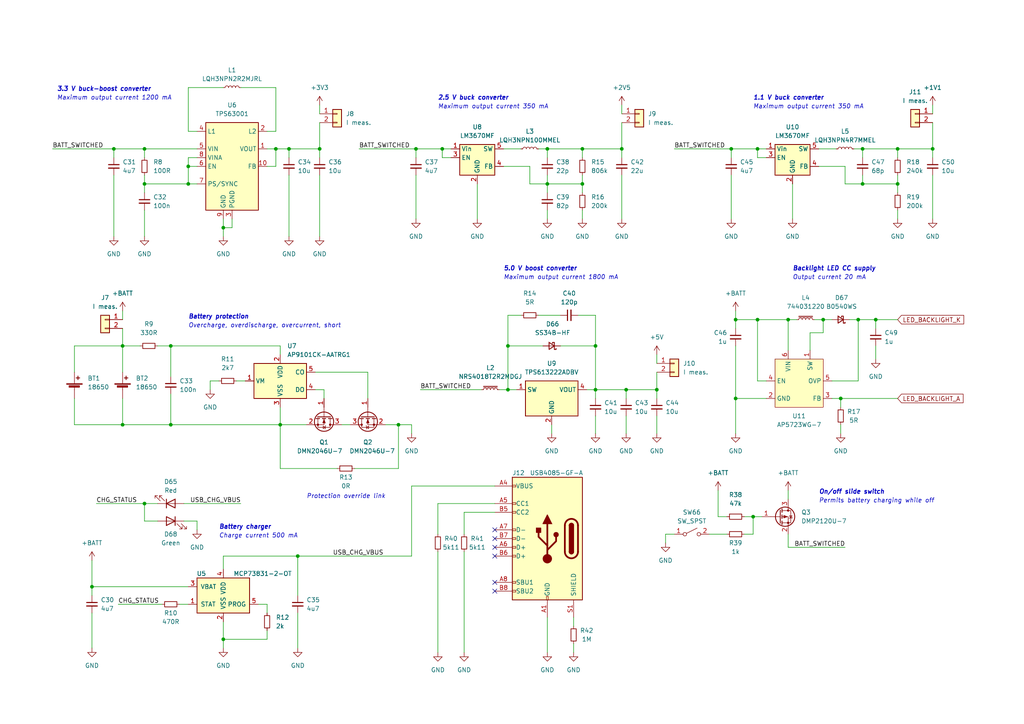
<source format=kicad_sch>
(kicad_sch (version 20211123) (generator eeschema)
  (paper "A4")
  (title_block (title "Fasanvej") (date "22.2.2022") (rev "1") (company "RISRES Ristila Research") (comment 1 "A handheld Linux computer designed by") (comment 4 "Battery management and voltage regulators"))
  (lib_symbols
    (symbol "Battery_Management:AP9101CK"
      (property "Reference" "U" (at -7.62 6.35 0))
      (property "Value" "AP9101CK" (at 6.35 6.35 0))
      (symbol "AP9101CK_1_1"
        (pin passive line (at -10.16 0 0) (length 2.54) (name "VM") (number "1"))
        (pin power_in line (at 0 7.62 270) (length 2.54) (name "VDD") (number "2"))
        (pin power_in line (at 0 -7.62 90) (length 2.54) (name "VSS") (number "3"))
        (pin output line (at 10.16 -2.54 180) (length 2.54) (name "DO") (number "4"))
        (pin output line (at 10.16 2.54 180) (length 2.54) (name "CO") (number "5"))
      )
    )
    (symbol "Battery_Management:MCP73831-2-OT" (pin_names (offset 1.016))
      (property "Reference" "U" (at -7.62 6.35 0))
      (property "Value" "MCP73831-2-OT" (at 1.27 6.35 0))
      (symbol "MCP73831-2-OT_1_1"
        (pin output line (at 10.16 -2.54 180) (length 2.54) (name "STAT") (number "1"))
        (pin power_in line (at 0 -7.62 90) (length 2.54) (name "VSS") (number "2"))
        (pin power_out line (at 10.16 2.54 180) (length 2.54) (name "VBAT") (number "3"))
        (pin power_in line (at 0 7.62 270) (length 2.54) (name "VDD") (number "4"))
        (pin input line (at -10.16 -2.54 0) (length 2.54) (name "PROG") (number "5"))
      )
    )
    (symbol "Connector:USB_C_Receptacle_USB2.0" (pin_names (offset 1.016))
      (property "Reference" "J" (at -10.16 19.05 0))
      (property "Value" "USB_C_Receptacle_USB2.0" (at 19.05 19.05 0))
      (symbol "USB_C_Receptacle_USB2.0_1_1"
        (pin passive line (at 0 -22.86 90) (length 5.08) (name "GND") (number "A1"))
        (pin passive line (at 0 -22.86 90) (length 5.08) hide (name "GND") (number "A12"))
        (pin passive line (at 15.24 15.24 180) (length 5.08) (name "VBUS") (number "A4"))
        (pin bidirectional line (at 15.24 10.16 180) (length 5.08) (name "CC1") (number "A5"))
        (pin bidirectional line (at 15.24 -2.54 180) (length 5.08) (name "D+") (number "A6"))
        (pin bidirectional line (at 15.24 2.54 180) (length 5.08) (name "D-") (number "A7"))
        (pin bidirectional line (at 15.24 -12.7 180) (length 5.08) (name "SBU1") (number "A8"))
        (pin passive line (at 15.24 15.24 180) (length 5.08) hide (name "VBUS") (number "A9"))
        (pin passive line (at 0 -22.86 90) (length 5.08) hide (name "GND") (number "B1"))
        (pin passive line (at 0 -22.86 90) (length 5.08) hide (name "GND") (number "B12"))
        (pin passive line (at 15.24 15.24 180) (length 5.08) hide (name "VBUS") (number "B4"))
        (pin bidirectional line (at 15.24 7.62 180) (length 5.08) (name "CC2") (number "B5"))
        (pin bidirectional line (at 15.24 -5.08 180) (length 5.08) (name "D+") (number "B6"))
        (pin bidirectional line (at 15.24 0 180) (length 5.08) (name "D-") (number "B7"))
        (pin bidirectional line (at 15.24 -15.24 180) (length 5.08) (name "SBU2") (number "B8"))
        (pin passive line (at 15.24 15.24 180) (length 5.08) hide (name "VBUS") (number "B9"))
        (pin passive line (at -7.62 -22.86 90) (length 5.08) (name "SHIELD") (number "S1"))
      )
    )
    (symbol "Connector_Generic:Conn_01x02" (pin_names (offset 1.016) hide)
      (property "Reference" "J" (at 0 2.54 0))
      (property "Value" "Conn_01x02" (at 0 -5.08 0))
      (symbol "Conn_01x02_1_1"
        (pin passive line (at -5.08 0 0) (length 3.81) (name "Pin_1") (number "1"))
        (pin passive line (at -5.08 -2.54 0) (length 3.81) (name "Pin_2") (number "2"))
      )
    )
    (symbol "Device:Battery_Cell" (pin_numbers hide) (pin_names (offset 0) hide)
      (property "Reference" "BT" (at 2.54 2.54 0))
      (property "Value" "Battery_Cell" (at 2.54 0 0))
      (symbol "Battery_Cell_1_1"
        (pin passive line (at 0 5.08 270) (length 2.54) (name "+") (number "1"))
        (pin passive line (at 0 -2.54 90) (length 2.54) (name "-") (number "2"))
      )
    )
    (symbol "Device:C_Small" (pin_numbers hide) (pin_names (offset 0.254) hide)
      (property "Reference" "C" (at 0.254 1.778 0))
      (property "Value" "C_Small" (at 0.254 -2.032 0))
      (symbol "C_Small_1_1"
        (pin passive line (at 0 2.54 270) (length 2.032) (name "~") (number "1"))
        (pin passive line (at 0 -2.54 90) (length 2.032) (name "~") (number "2"))
      )
    )
    (symbol "Device:D_Schottky_Small" (pin_numbers hide) (pin_names (offset 0.254) hide)
      (property "Reference" "D" (at -1.27 2.032 0))
      (property "Value" "D_Schottky_Small" (at -7.112 -2.032 0))
      (symbol "D_Schottky_Small_1_1"
        (pin passive line (at -2.54 0 0) (length 1.778) (name "K") (number "1"))
        (pin passive line (at 2.54 0 180) (length 1.778) (name "A") (number "2"))
      )
    )
    (symbol "Device:LED" (pin_numbers hide) (pin_names (offset 1.016) hide)
      (property "Reference" "D" (at 0 2.54 0))
      (property "Value" "LED" (at 0 -2.54 0))
      (symbol "LED_1_1"
        (pin passive line (at -3.81 0 0) (length 2.54) (name "K") (number "1"))
        (pin passive line (at 3.81 0 180) (length 2.54) (name "A") (number "2"))
      )
    )
    (symbol "Device:L_Iron_Small" (pin_numbers hide) (pin_names (offset 0.254) hide)
      (property "Reference" "L" (at 1.27 1.016 0))
      (property "Value" "L_Iron_Small" (at 1.27 -1.27 0))
      (symbol "L_Iron_Small_1_1"
        (pin passive line (at 0 2.54 270) (length 0.508) (name "~") (number "1"))
        (pin passive line (at 0 -2.54 90) (length 0.508) (name "~") (number "2"))
      )
    )
    (symbol "Device:L_Small" (pin_numbers hide) (pin_names (offset 0.254) hide)
      (property "Reference" "L" (at 0.762 1.016 0))
      (property "Value" "L_Small" (at 0.762 -1.016 0))
      (symbol "L_Small_1_1"
        (pin passive line (at 0 2.54 270) (length 0.508) (name "~") (number "1"))
        (pin passive line (at 0 -2.54 90) (length 0.508) (name "~") (number "2"))
      )
    )
    (symbol "Device:Q_NMOS_GSD" (pin_names (offset 0) hide)
      (property "Reference" "Q" (at 5.08 1.27 0))
      (property "Value" "Q_NMOS_GSD" (at 5.08 -1.27 0))
      (symbol "Q_NMOS_GSD_1_1"
        (pin input line (at -5.08 0 0) (length 2.54) (name "G") (number "1"))
        (pin passive line (at 2.54 -5.08 90) (length 2.54) (name "S") (number "2"))
        (pin passive line (at 2.54 5.08 270) (length 2.54) (name "D") (number "3"))
      )
    )
    (symbol "Device:Q_PMOS_GSD" (pin_names (offset 0) hide)
      (property "Reference" "Q" (at 5.08 1.27 0))
      (property "Value" "Q_PMOS_GSD" (at 5.08 -1.27 0))
      (symbol "Q_PMOS_GSD_1_1"
        (pin input line (at -5.08 0 0) (length 2.54) (name "G") (number "1"))
        (pin passive line (at 2.54 -5.08 90) (length 2.54) (name "S") (number "2"))
        (pin passive line (at 2.54 5.08 270) (length 2.54) (name "D") (number "3"))
      )
    )
    (symbol "Device:R_Small" (pin_numbers hide) (pin_names (offset 0.254) hide)
      (property "Reference" "R" (at 0.762 0.508 0))
      (property "Value" "R_Small" (at 0.762 -1.016 0))
      (symbol "R_Small_1_1"
        (pin passive line (at 0 2.54 270) (length 0.762) (name "~") (number "1"))
        (pin passive line (at 0 -2.54 90) (length 0.762) (name "~") (number "2"))
      )
    )
    (symbol "RISRES Library:AP5723WG-7"
      (property "Reference" "U" (at -1.27 -7.62 0))
      (property "Value" "AP5723WG-7" (at 0 -10.16 0))
      (symbol "AP5723WG-7_1_1"
        (pin power_out line (at 2.54 10.16 270) (length 2.54) (name "SW") (number "1"))
        (pin power_in line (at -10.16 -3.81 0) (length 2.54) (name "GND") (number "2"))
        (pin input line (at 8.89 -3.81 180) (length 2.54) (name "FB") (number "3"))
        (pin input line (at -10.16 1.27 0) (length 2.54) (name "EN") (number "4"))
        (pin input line (at 8.89 1.27 180) (length 2.54) (name "OVP") (number "5"))
        (pin power_in line (at -3.81 10.16 270) (length 2.54) (name "VIN") (number "6"))
      )
    )
    (symbol "Regulator_Switching:LM3670MF"
      (property "Reference" "U" (at -5.08 5.08 0))
      (property "Value" "LM3670MF" (at 0 5.08 0))
      (symbol "LM3670MF_1_1"
        (pin power_in line (at -7.62 2.54 0) (length 2.54) (name "Vin") (number "1"))
        (pin power_in line (at 0 -7.62 90) (length 2.54) (name "GND") (number "2"))
        (pin input line (at -7.62 0 0) (length 2.54) (name "EN") (number "3"))
        (pin input line (at 7.62 -2.54 180) (length 2.54) (name "FB") (number "4"))
        (pin input line (at 7.62 2.54 180) (length 2.54) (name "SW") (number "5"))
      )
    )
    (symbol "Regulator_Switching:TPS613222ADBV"
      (property "Reference" "U" (at -7.62 6.35 0))
      (property "Value" "TPS613222ADBV" (at 2.54 6.35 0))
      (symbol "TPS613222ADBV_1_1"
        (pin power_in line (at -10.16 2.54 0) (length 2.54) (name "SW") (number "1"))
        (pin power_in line (at 0 -7.62 90) (length 2.54) (name "GND") (number "2"))
        (pin no_connect line (at -7.62 -2.54 0) (length 2.54) hide (name "NC") (number "3"))
        (pin power_out line (at 10.16 2.54 180) (length 2.54) (name "VOUT") (number "4"))
        (pin no_connect line (at 7.62 -2.54 180) (length 2.54) hide (name "NC") (number "5"))
      )
    )
    (symbol "Regulator_Switching:TPS63001"
      (property "Reference" "U" (at -7.62 13.97 0))
      (property "Value" "TPS63001" (at 5.08 13.97 0))
      (symbol "TPS63001_1_1"
        (pin power_out line (at 10.16 5.08 180) (length 2.54) (name "VOUT") (number "1"))
        (pin input line (at 10.16 0 180) (length 2.54) (name "FB") (number "10"))
        (pin passive line (at 0 -15.24 90) (length 2.54) hide (name "PGND") (number "11"))
        (pin input line (at 10.16 10.16 180) (length 2.54) (name "L2") (number "2"))
        (pin power_in line (at 0 -15.24 90) (length 2.54) (name "PGND") (number "3"))
        (pin input line (at -10.16 10.16 0) (length 2.54) (name "L1") (number "4"))
        (pin power_in line (at -10.16 5.08 0) (length 2.54) (name "VIN") (number "5"))
        (pin input line (at -10.16 0 0) (length 2.54) (name "EN") (number "6"))
        (pin input line (at -10.16 -5.08 0) (length 2.54) (name "PS/SYNC") (number "7"))
        (pin power_in line (at -10.16 2.54 0) (length 2.54) (name "VINA") (number "8"))
        (pin power_in line (at -2.54 -15.24 90) (length 2.54) (name "GND") (number "9"))
      )
    )
    (symbol "Switch:SW_SPST" (pin_names (offset 0) hide)
      (property "Reference" "SW" (at 0 3.175 0))
      (property "Value" "SW_SPST" (at 0 -2.54 0))
      (symbol "SW_SPST_1_1"
        (pin passive line (at -5.08 0 0) (length 2.54) (name "A") (number "1"))
        (pin passive line (at 5.08 0 180) (length 2.54) (name "B") (number "2"))
      )
    )
    (symbol "power:+1V1" (power) (pin_names (offset 0))
      (property "Value" "+1V1" (at 0 3.556 0))
      (symbol "+1V1_1_1"
        (pin power_in line (at 0 0 90) (length 0) hide (name "+1V1") (number "1"))
      )
    )
    (symbol "power:+2V5" (power) (pin_names (offset 0))
      (property "Value" "+2V5" (at 0 3.556 0))
      (symbol "+2V5_1_1"
        (pin power_in line (at 0 0 90) (length 0) hide (name "+2V5") (number "1"))
      )
    )
    (symbol "power:+3V3" (power) (pin_names (offset 0))
      (property "Value" "+3V3" (at 0 3.556 0))
      (symbol "+3V3_1_1"
        (pin power_in line (at 0 0 90) (length 0) hide (name "+3V3") (number "1"))
      )
    )
    (symbol "power:+5V" (power) (pin_names (offset 0))
      (property "Value" "+5V" (at 0 3.556 0))
      (symbol "+5V_1_1"
        (pin power_in line (at 0 0 90) (length 0) hide (name "+5V") (number "1"))
      )
    )
    (symbol "power:+BATT" (power) (pin_names (offset 0))
      (property "Value" "+BATT" (at 0 3.556 0))
      (symbol "+BATT_1_1"
        (pin power_in line (at 0 0 90) (length 0) hide (name "+BATT") (number "1"))
      )
    )
    (symbol "power:GND" (power) (pin_names (offset 0))
      (property "Value" "GND" (at 0 -3.81 0))
      (symbol "GND_1_1"
        (pin power_in line (at 0 0 270) (length 0) hide (name "GND") (number "1"))
      )
    )
  )
  (junction (at 81.28 123.19))
  (junction (at 64.77 185.42))
  (junction (at 54.61 53.34))
  (junction (at 190.5 113.03))
  (junction (at 212.09 43.18))
  (junction (at 41.91 53.34))
  (junction (at 49.53 100.33))
  (junction (at 228.6 92.71))
  (junction (at 26.67 170.18))
  (junction (at 147.32 113.03))
  (junction (at 80.01 43.18))
  (junction (at 49.53 123.19))
  (junction (at 35.56 123.19))
  (junction (at 33.02 43.18))
  (junction (at 254 92.71))
  (junction (at 250.19 53.34))
  (junction (at 54.61 48.26))
  (junction (at 172.72 113.03))
  (junction (at 238.76 92.71))
  (junction (at 181.61 113.03))
  (junction (at 128.27 43.18))
  (junction (at 243.84 115.57))
  (junction (at 158.75 53.34))
  (junction (at 270.51 43.18))
  (junction (at 86.36 161.29))
  (junction (at 180.34 43.18))
  (junction (at 260.35 43.18))
  (junction (at 172.72 100.33))
  (junction (at 219.71 92.71))
  (junction (at 213.36 115.57))
  (junction (at 168.91 53.34))
  (junction (at 147.32 100.33))
  (junction (at 250.19 43.18))
  (junction (at 115.57 123.19))
  (junction (at 260.35 53.34))
  (junction (at 213.36 92.71))
  (junction (at 64.77 66.04))
  (junction (at 83.82 43.18))
  (junction (at 219.71 43.18))
  (junction (at 92.71 43.18))
  (junction (at 35.56 100.33))
  (junction (at 120.65 43.18))
  (junction (at 41.91 146.05))
  (junction (at 41.91 43.18))
  (junction (at 218.44 149.86))
  (junction (at 168.91 43.18))
  (junction (at 248.92 92.71))
  (junction (at 158.75 43.18))
  (no_connect (at 143.51 161.29))
  (no_connect (at 143.51 168.91))
  (no_connect (at 143.51 171.45))
  (no_connect (at 143.51 153.67))
  (no_connect (at 143.51 156.21))
  (no_connect (at 143.51 158.75))
  (wire (pts (xy 26.67 170.18) (xy 26.67 172.72)))
  (wire (pts (xy 54.61 48.26) (xy 57.15 48.26)))
  (wire (pts (xy 77.47 185.42) (xy 64.77 185.42)))
  (wire (pts (xy 254 100.33) (xy 254 104.14)))
  (wire (pts (xy 238.76 96.52) (xy 238.76 92.71)))
  (wire (pts (xy 83.82 43.18) (xy 92.71 43.18)))
  (wire (pts (xy 97.79 135.89) (xy 81.28 135.89)))
  (wire (pts (xy 35.56 100.33) (xy 40.64 100.33)))
  (wire (pts (xy 167.64 91.44) (xy 172.72 91.44)))
  (wire (pts (xy 53.34 151.13) (xy 57.15 151.13)))
  (wire (pts (xy 193.04 154.94) (xy 195.58 154.94)))
  (wire (pts (xy 127 146.05) (xy 127 154.94)))
  (wire (pts (xy 260.35 43.18) (xy 270.51 43.18)))
  (wire (pts (xy 248.92 110.49) (xy 248.92 92.71)))
  (wire (pts (xy 250.19 50.8) (xy 250.19 53.34)))
  (wire (pts (xy 86.36 172.72) (xy 86.36 161.29)))
  (wire (pts (xy 35.56 115.57) (xy 35.56 123.19)))
  (wire (pts (xy 218.44 154.94) (xy 218.44 149.86)))
  (wire (pts (xy 238.76 92.71) (xy 236.22 92.71)))
  (wire (pts (xy 57.15 38.1) (xy 54.61 38.1)))
  (wire (pts (xy 153.67 48.26) (xy 153.67 53.34)))
  (wire (pts (xy 83.82 43.18) (xy 80.01 43.18)))
  (wire (pts (xy 243.84 123.19) (xy 243.84 125.73)))
  (wire (pts (xy 168.91 60.96) (xy 168.91 63.5)))
  (wire (pts (xy 147.32 100.33) (xy 147.32 113.03)))
  (wire (pts (xy 41.91 43.18) (xy 57.15 43.18)))
  (wire (pts (xy 260.35 53.34) (xy 260.35 50.8)))
  (wire (pts (xy 77.47 177.8) (xy 77.47 175.26)))
  (wire (pts (xy 213.36 92.71) (xy 213.36 95.25)))
  (wire (pts (xy 33.02 43.18) (xy 33.02 45.72)))
  (wire (pts (xy 212.09 43.18) (xy 212.09 45.72)))
  (wire (pts (xy 158.75 53.34) (xy 158.75 55.88)))
  (wire (pts (xy 41.91 53.34) (xy 41.91 55.88)))
  (wire (pts (xy 127 160.02) (xy 127 189.23)))
  (wire (pts (xy 237.49 48.26) (xy 245.11 48.26)))
  (wire (pts (xy 74.93 175.26) (xy 77.47 175.26)))
  (wire (pts (xy 181.61 113.03) (xy 190.5 113.03)))
  (wire (pts (xy 181.61 113.03) (xy 181.61 115.57)))
  (wire (pts (xy 172.72 113.03) (xy 181.61 113.03)))
  (wire (pts (xy 143.51 146.05) (xy 127 146.05)))
  (wire (pts (xy 35.56 95.25) (xy 35.56 100.33)))
  (wire (pts (xy 121.92 113.03) (xy 139.7 113.03)))
  (wire (pts (xy 158.75 50.8) (xy 158.75 53.34)))
  (wire (pts (xy 54.61 45.72) (xy 54.61 48.26)))
  (wire (pts (xy 208.28 142.24) (xy 208.28 149.86)))
  (wire (pts (xy 52.07 175.26) (xy 54.61 175.26)))
  (wire (pts (xy 260.35 43.18) (xy 260.35 45.72)))
  (wire (pts (xy 241.3 115.57) (xy 243.84 115.57)))
  (wire (pts (xy 168.91 53.34) (xy 168.91 50.8)))
  (wire (pts (xy 248.92 92.71) (xy 246.38 92.71)))
  (wire (pts (xy 35.56 123.19) (xy 49.53 123.19)))
  (wire (pts (xy 15.24 43.18) (xy 33.02 43.18)))
  (wire (pts (xy 134.62 160.02) (xy 134.62 189.23)))
  (wire (pts (xy 190.5 102.87) (xy 190.5 105.41)))
  (wire (pts (xy 41.91 60.96) (xy 41.91 68.58)))
  (wire (pts (xy 270.51 50.8) (xy 270.51 63.5)))
  (wire (pts (xy 172.72 120.65) (xy 172.72 125.73)))
  (wire (pts (xy 243.84 115.57) (xy 260.35 115.57)))
  (wire (pts (xy 162.56 100.33) (xy 172.72 100.33)))
  (wire (pts (xy 180.34 30.48) (xy 180.34 33.02)))
  (wire (pts (xy 34.29 175.26) (xy 46.99 175.26)))
  (wire (pts (xy 260.35 53.34) (xy 260.35 55.88)))
  (wire (pts (xy 250.19 43.18) (xy 250.19 45.72)))
  (wire (pts (xy 222.25 45.72) (xy 219.71 45.72)))
  (wire (pts (xy 215.9 154.94) (xy 218.44 154.94)))
  (wire (pts (xy 111.76 123.19) (xy 115.57 123.19)))
  (wire (pts (xy 54.61 38.1) (xy 54.61 25.4)))
  (wire (pts (xy 99.06 123.19) (xy 101.6 123.19)))
  (wire (pts (xy 54.61 25.4) (xy 64.77 25.4)))
  (wire (pts (xy 45.72 100.33) (xy 49.53 100.33)))
  (wire (pts (xy 67.31 66.04) (xy 64.77 66.04)))
  (wire (pts (xy 168.91 43.18) (xy 180.34 43.18)))
  (wire (pts (xy 213.36 115.57) (xy 222.25 115.57)))
  (wire (pts (xy 80.01 38.1) (xy 80.01 25.4)))
  (wire (pts (xy 234.95 101.6) (xy 234.95 96.52)))
  (wire (pts (xy 33.02 43.18) (xy 41.91 43.18)))
  (wire (pts (xy 119.38 123.19) (xy 119.38 125.73)))
  (wire (pts (xy 213.36 92.71) (xy 219.71 92.71)))
  (wire (pts (xy 41.91 50.8) (xy 41.91 53.34)))
  (wire (pts (xy 86.36 161.29) (xy 119.38 161.29)))
  (wire (pts (xy 104.14 43.18) (xy 120.65 43.18)))
  (wire (pts (xy 213.36 90.17) (xy 213.36 92.71)))
  (wire (pts (xy 128.27 43.18) (xy 128.27 45.72)))
  (wire (pts (xy 67.31 63.5) (xy 67.31 66.04)))
  (wire (pts (xy 270.51 45.72) (xy 270.51 43.18)))
  (wire (pts (xy 172.72 113.03) (xy 172.72 115.57)))
  (wire (pts (xy 91.44 113.03) (xy 93.98 113.03)))
  (wire (pts (xy 243.84 118.11) (xy 243.84 115.57)))
  (wire (pts (xy 153.67 53.34) (xy 158.75 53.34)))
  (wire (pts (xy 172.72 113.03) (xy 170.18 113.03)))
  (wire (pts (xy 26.67 177.8) (xy 26.67 187.96)))
  (wire (pts (xy 250.19 43.18) (xy 260.35 43.18)))
  (wire (pts (xy 64.77 161.29) (xy 86.36 161.29)))
  (wire (pts (xy 64.77 161.29) (xy 64.77 165.1)))
  (wire (pts (xy 180.34 35.56) (xy 180.34 43.18)))
  (wire (pts (xy 80.01 48.26) (xy 80.01 43.18)))
  (wire (pts (xy 21.59 123.19) (xy 35.56 123.19)))
  (wire (pts (xy 53.34 146.05) (xy 69.85 146.05)))
  (wire (pts (xy 64.77 180.34) (xy 64.77 185.42)))
  (wire (pts (xy 213.36 100.33) (xy 213.36 115.57)))
  (wire (pts (xy 49.53 123.19) (xy 81.28 123.19)))
  (wire (pts (xy 138.43 53.34) (xy 138.43 63.5)))
  (wire (pts (xy 119.38 140.97) (xy 119.38 161.29)))
  (wire (pts (xy 106.68 107.95) (xy 106.68 115.57)))
  (wire (pts (xy 26.67 162.56) (xy 26.67 170.18)))
  (wire (pts (xy 41.91 146.05) (xy 41.91 151.13)))
  (wire (pts (xy 213.36 115.57) (xy 213.36 125.73)))
  (wire (pts (xy 158.75 43.18) (xy 168.91 43.18)))
  (wire (pts (xy 237.49 43.18) (xy 242.57 43.18)))
  (wire (pts (xy 134.62 154.94) (xy 134.62 148.59)))
  (wire (pts (xy 83.82 50.8) (xy 83.82 68.58)))
  (wire (pts (xy 63.5 110.49) (xy 60.96 110.49)))
  (wire (pts (xy 49.53 114.3) (xy 49.53 123.19)))
  (wire (pts (xy 158.75 60.96) (xy 158.75 63.5)))
  (wire (pts (xy 228.6 142.24) (xy 228.6 144.78)))
  (wire (pts (xy 27.94 146.05) (xy 41.91 146.05)))
  (wire (pts (xy 247.65 43.18) (xy 250.19 43.18)))
  (wire (pts (xy 21.59 115.57) (xy 21.59 123.19)))
  (wire (pts (xy 120.65 43.18) (xy 128.27 43.18)))
  (wire (pts (xy 26.67 170.18) (xy 54.61 170.18)))
  (wire (pts (xy 21.59 100.33) (xy 35.56 100.33)))
  (wire (pts (xy 241.3 110.49) (xy 248.92 110.49)))
  (wire (pts (xy 41.91 53.34) (xy 54.61 53.34)))
  (wire (pts (xy 41.91 151.13) (xy 45.72 151.13)))
  (wire (pts (xy 172.72 91.44) (xy 172.72 100.33)))
  (wire (pts (xy 219.71 43.18) (xy 219.71 45.72)))
  (wire (pts (xy 120.65 43.18) (xy 120.65 45.72)))
  (wire (pts (xy 21.59 107.95) (xy 21.59 100.33)))
  (wire (pts (xy 168.91 43.18) (xy 168.91 45.72)))
  (wire (pts (xy 92.71 50.8) (xy 92.71 68.58)))
  (wire (pts (xy 80.01 43.18) (xy 77.47 43.18)))
  (wire (pts (xy 147.32 113.03) (xy 149.86 113.03)))
  (wire (pts (xy 88.9 123.19) (xy 81.28 123.19)))
  (wire (pts (xy 156.21 91.44) (xy 162.56 91.44)))
  (wire (pts (xy 160.02 123.19) (xy 160.02 125.73)))
  (wire (pts (xy 41.91 146.05) (xy 45.72 146.05)))
  (wire (pts (xy 229.87 53.34) (xy 229.87 63.5)))
  (wire (pts (xy 130.81 45.72) (xy 128.27 45.72)))
  (wire (pts (xy 92.71 35.56) (xy 92.71 43.18)))
  (wire (pts (xy 60.96 110.49) (xy 60.96 113.03)))
  (wire (pts (xy 181.61 120.65) (xy 181.61 125.73)))
  (wire (pts (xy 228.6 154.94) (xy 228.6 158.75)))
  (wire (pts (xy 190.5 115.57) (xy 190.5 113.03)))
  (wire (pts (xy 218.44 149.86) (xy 220.98 149.86)))
  (wire (pts (xy 86.36 177.8) (xy 86.36 187.96)))
  (wire (pts (xy 81.28 123.19) (xy 81.28 118.11)))
  (wire (pts (xy 147.32 91.44) (xy 147.32 100.33)))
  (wire (pts (xy 64.77 63.5) (xy 64.77 66.04)))
  (wire (pts (xy 35.56 100.33) (xy 35.56 107.95)))
  (wire (pts (xy 92.71 30.48) (xy 92.71 33.02)))
  (wire (pts (xy 54.61 53.34) (xy 57.15 53.34)))
  (wire (pts (xy 128.27 43.18) (xy 130.81 43.18)))
  (wire (pts (xy 222.25 110.49) (xy 219.71 110.49)))
  (wire (pts (xy 33.02 50.8) (xy 33.02 68.58)))
  (wire (pts (xy 180.34 50.8) (xy 180.34 63.5)))
  (wire (pts (xy 234.95 96.52) (xy 238.76 96.52)))
  (wire (pts (xy 193.04 157.48) (xy 193.04 154.94)))
  (wire (pts (xy 146.05 43.18) (xy 151.13 43.18)))
  (wire (pts (xy 254 95.25) (xy 254 92.71)))
  (wire (pts (xy 168.91 53.34) (xy 168.91 55.88)))
  (wire (pts (xy 77.47 38.1) (xy 80.01 38.1)))
  (wire (pts (xy 238.76 92.71) (xy 241.3 92.71)))
  (wire (pts (xy 219.71 92.71) (xy 228.6 92.71)))
  (wire (pts (xy 143.51 140.97) (xy 119.38 140.97)))
  (wire (pts (xy 156.21 43.18) (xy 158.75 43.18)))
  (wire (pts (xy 102.87 135.89) (xy 115.57 135.89)))
  (wire (pts (xy 49.53 100.33) (xy 81.28 100.33)))
  (wire (pts (xy 215.9 149.86) (xy 218.44 149.86)))
  (wire (pts (xy 228.6 101.6) (xy 228.6 92.71)))
  (wire (pts (xy 260.35 60.96) (xy 260.35 63.5)))
  (wire (pts (xy 69.85 25.4) (xy 80.01 25.4)))
  (wire (pts (xy 208.28 149.86) (xy 210.82 149.86)))
  (wire (pts (xy 115.57 123.19) (xy 119.38 123.19)))
  (wire (pts (xy 212.09 50.8) (xy 212.09 63.5)))
  (wire (pts (xy 49.53 100.33) (xy 49.53 109.22)))
  (wire (pts (xy 219.71 92.71) (xy 219.71 110.49)))
  (wire (pts (xy 120.65 50.8) (xy 120.65 63.5)))
  (wire (pts (xy 205.74 154.94) (xy 210.82 154.94)))
  (wire (pts (xy 35.56 90.17) (xy 35.56 92.71)))
  (wire (pts (xy 81.28 102.87) (xy 81.28 100.33)))
  (wire (pts (xy 77.47 182.88) (xy 77.47 185.42)))
  (wire (pts (xy 195.58 43.18) (xy 212.09 43.18)))
  (wire (pts (xy 219.71 43.18) (xy 222.25 43.18)))
  (wire (pts (xy 212.09 43.18) (xy 219.71 43.18)))
  (wire (pts (xy 93.98 115.57) (xy 93.98 113.03)))
  (wire (pts (xy 172.72 100.33) (xy 172.72 113.03)))
  (wire (pts (xy 228.6 92.71) (xy 231.14 92.71)))
  (wire (pts (xy 68.58 110.49) (xy 71.12 110.49)))
  (wire (pts (xy 180.34 45.72) (xy 180.34 43.18)))
  (wire (pts (xy 157.48 100.33) (xy 147.32 100.33)))
  (wire (pts (xy 158.75 53.34) (xy 168.91 53.34)))
  (wire (pts (xy 250.19 53.34) (xy 260.35 53.34)))
  (wire (pts (xy 64.77 185.42) (xy 64.77 187.96)))
  (wire (pts (xy 83.82 45.72) (xy 83.82 43.18)))
  (wire (pts (xy 41.91 43.18) (xy 41.91 45.72)))
  (wire (pts (xy 144.78 113.03) (xy 147.32 113.03)))
  (wire (pts (xy 158.75 179.07) (xy 158.75 189.23)))
  (wire (pts (xy 254 92.71) (xy 260.35 92.71)))
  (wire (pts (xy 228.6 158.75) (xy 245.11 158.75)))
  (wire (pts (xy 270.51 35.56) (xy 270.51 43.18)))
  (wire (pts (xy 245.11 48.26) (xy 245.11 53.34)))
  (wire (pts (xy 92.71 45.72) (xy 92.71 43.18)))
  (wire (pts (xy 151.13 91.44) (xy 147.32 91.44)))
  (wire (pts (xy 77.47 48.26) (xy 80.01 48.26)))
  (wire (pts (xy 146.05 48.26) (xy 153.67 48.26)))
  (wire (pts (xy 190.5 107.95) (xy 190.5 113.03)))
  (wire (pts (xy 158.75 43.18) (xy 158.75 45.72)))
  (wire (pts (xy 190.5 120.65) (xy 190.5 125.73)))
  (wire (pts (xy 248.92 92.71) (xy 254 92.71)))
  (wire (pts (xy 245.11 53.34) (xy 250.19 53.34)))
  (wire (pts (xy 134.62 148.59) (xy 143.51 148.59)))
  (wire (pts (xy 57.15 45.72) (xy 54.61 45.72)))
  (wire (pts (xy 64.77 66.04) (xy 64.77 68.58)))
  (wire (pts (xy 81.28 135.89) (xy 81.28 123.19)))
  (wire (pts (xy 57.15 151.13) (xy 57.15 153.67)))
  (wire (pts (xy 166.37 179.07) (xy 166.37 181.61)))
  (wire (pts (xy 91.44 107.95) (xy 106.68 107.95)))
  (wire (pts (xy 115.57 135.89) (xy 115.57 123.19)))
  (wire (pts (xy 270.51 30.48) (xy 270.51 33.02)))
  (wire (pts (xy 54.61 48.26) (xy 54.61 53.34)))
  (wire (pts (xy 166.37 186.69) (xy 166.37 189.23)))
  (text "Maximum output current 350 mA" (at 127 31.75 0) (effects (font (size 1.27 1.27) italic) (justify left bottom)))
  (text "Output current 20 mA" (at 229.87 81.28 0) (effects (font (size 1.27 1.27) italic) (justify left bottom)))
  (text "Permits battery charging while off" (at 237.49 146.05 0) (effects (font (size 1.27 1.27) italic) (justify left bottom)))
  (text "Charge current 500 mA" (at 63.5 156.21 0) (effects (font (size 1.27 1.27) italic) (justify left bottom)))
  (text "Protection override link" (at 88.9 144.78 0) (effects (font (size 1.27 1.27) italic) (justify left bottom)))
  (text "Battery charger" (at 63.5 153.67 0) (effects (font (size 1.27 1.27) (thickness 0.254) bold italic) (justify left bottom)))
  (text "3.3 V buck-boost converter" (at 16.51 26.67 0) (effects (font (size 1.27 1.27) (thickness 0.254) bold italic) (justify left bottom)))
  (text "Overcharge, overdischarge, overcurrent, short" (at 54.61 95.25 0) (effects (font (size 1.27 1.27) italic) (justify left bottom)))
  (text "Backlight LED CC supply" (at 229.87 78.74 0) (effects (font (size 1.27 1.27) (thickness 0.254) bold italic) (justify left bottom)))
  (text "Maximum output current 350 mA" (at 218.44 31.75 0) (effects (font (size 1.27 1.27) italic) (justify left bottom)))
  (text "1.1 V buck converter" (at 218.44 29.21 0) (effects (font (size 1.27 1.27) (thickness 0.254) bold italic) (justify left bottom)))
  (text "5.0 V boost converter" (at 146.05 78.74 0) (effects (font (size 1.27 1.27) (thickness 0.254) bold italic) (justify left bottom)))
  (text "Maximum output current 1200 mA" (at 16.51 29.21 0) (effects (font (size 1.27 1.27) italic) (justify left bottom)))
  (text "2.5 V buck converter" (at 127 29.21 0) (effects (font (size 1.27 1.27) (thickness 0.254) bold italic) (justify left bottom)))
  (text "Maximum output current 1800 mA" (at 146.05 81.28 0) (effects (font (size 1.27 1.27) italic) (justify left bottom)))
  (text "On/off slide switch" (at 237.49 143.51 0) (effects (font (size 1.27 1.27) (thickness 0.254) bold italic) (justify left bottom)))
  (text "Battery protection" (at 54.61 92.71 0) (effects (font (size 1.27 1.27) (thickness 0.254) bold italic) (justify left bottom)))
  (label "BATT_SWITCHED" (at 245.11 158.75 180))
  (label "CHG_STATUS" (at 27.94 146.05 0))
  (label "BATT_SWITCHED" (at 121.92 113.03 0))
  (label "CHG_STATUS" (at 34.29 175.26 0))
  (label "BATT_SWITCHED" (at 195.58 43.18 0))
  (label "BATT_SWITCHED" (at 15.24 43.18 0))
  (label "BATT_SWITCHED" (at 104.14 43.18 0))
  (label "USB_CHG_VBUS" (at 96.52 161.29 0))
  (label "USB_CHG_VBUS" (at 69.85 146.05 180))
  (global_label "LED_BACKLIGHT_K" (shape input) (at 260.35 92.71 0) (property "Intersheet References" "${INTERSHEET_REFS}" (effects hide)))
  (global_label "LED_BACKLIGHT_A" (shape input) (at 260.35 115.57 0) (property "Intersheet References" "${INTERSHEET_REFS}" (effects hide)))
  (symbol (lib_id "Device:R_Small") (at 168.91 48.26 180) (unit 1)
    (property "Reference" "R15" (at 171.45 46.9899 0) (effects (justify right)))
    (property "Value" "806k" (at 171.45 49.5299 0) (effects (justify right)))
    (property "Footprint" "Resistor_SMD:R_0603_1608Metric_Pad0.98x0.95mm_HandSolder" (effects hide))
  )
  (symbol (lib_id "Device:R_Small") (at 100.33 135.89 270) (unit 1)
    (property "Reference" "R13" (at 100.33 138.43 90))
    (property "Value" "0R" (at 100.33 140.97 90))
    (property "Footprint" "Resistor_SMD:R_1210_3225Metric_Pad1.30x2.65mm_HandSolder" (effects hide))
  )
  (symbol (lib_id "Device:R_Small") (at 41.91 48.26 180) (unit 1)
    (property "Reference" "R8" (at 44.45 46.9899 0) (effects (justify right)))
    (property "Value" "100R" (at 44.45 49.5299 0) (effects (justify right)))
    (property "Footprint" "Resistor_SMD:R_0603_1608Metric_Pad0.98x0.95mm_HandSolder" (effects hide))
  )
  (symbol (lib_id "Device:L_Iron_Small") (at 142.24 113.03 90) (unit 1)
    (property "Reference" "L2" (at 142.24 106.68 90))
    (property "Value" "NRS4018T2R2MDGJ" (at 142.24 109.22 90))
    (property "Footprint" "Inductor_SMD:L_Taiyo-Yuden_NR-40xx_HandSoldering" (effects hide))
    (property "Datasheet" "https://www.yuden.co.jp/productdata/catalog/wound04_e.pdf" (effects hide))
  )
  (symbol (lib_id "power:+5V") (at 190.5 102.87 0) (unit 1)
    (property "Reference" "#PWR0160" (effects hide))
    (property "Value" "+5V" (at 190.5 97.79 0))
  )
  (symbol (lib_id "power:GND") (at 33.02 68.58 0) (unit 1)
    (property "Reference" "#PWR0143" (effects hide))
    (property "Value" "GND" (at 33.02 73.66 0))
  )
  (symbol (lib_id "Connector_Generic:Conn_01x02") (at 265.43 33.02 0) (mirror y) (unit 1)
    (property "Reference" "J11" (at 265.43 26.67 0))
    (property "Value" "I meas." (at 265.43 29.21 0))
    (property "Footprint" "Connector_PinHeader_2.54mm:PinHeader_1x02_P2.54mm_Vertical" (effects hide))
  )
  (symbol (lib_id "Device:Q_PMOS_GSD") (at 226.06 149.86 0) (unit 1)
    (property "Reference" "Q3" (at 232.41 148.5899 0) (effects (justify left)))
    (property "Value" "DMP2120U-7" (at 232.41 151.1299 0) (effects (justify left)))
    (property "Footprint" "Package_TO_SOT_SMD:SOT-23_Handsoldering" (effects hide))
  )
  (symbol (lib_id "Device:C_Small") (at 172.72 118.11 0) (unit 1)
    (property "Reference" "C41" (at 175.26 116.8462 0) (effects (justify left)))
    (property "Value" "10u" (at 175.26 119.3862 0) (effects (justify left)))
    (property "Footprint" "Capacitor_SMD:C_1210_3225Metric_Pad1.33x2.70mm_HandSolder" (effects hide))
  )
  (symbol (lib_id "Device:L_Small") (at 245.11 43.18 90) (unit 1)
    (property "Reference" "L5" (at 245.11 38.1 90))
    (property "Value" "LQH3NPN4R7MMEL" (at 245.11 40.64 90))
    (property "Footprint" "RISRES Library:L_SMD_3030" (effects hide))
    (property "Datasheet" "https://search.murata.co.jp/Ceramy/image/img/P02/JELF243A-0153.pdf" (effects hide))
  )
  (symbol (lib_id "Device:C_Small") (at 120.65 48.26 0) (unit 1)
    (property "Reference" "C37" (at 123.19 46.9962 0) (effects (justify left)))
    (property "Value" "4u7" (at 123.19 49.5362 0) (effects (justify left)))
    (property "Footprint" "Capacitor_SMD:C_1206_3216Metric_Pad1.33x1.80mm_HandSolder" (effects hide))
  )
  (symbol (lib_id "Device:D_Schottky_Small") (at 243.84 92.71 180) (unit 1)
    (property "Reference" "D67" (at 244.094 86.36 0))
    (property "Value" "B0540WS" (at 244.094 88.9 0))
    (property "Footprint" "Diode_SMD:D_SOD-323_HandSoldering" (effects hide))
    (property "Datasheet" "https://www.diodes.com/assets/Datasheets/B0540WS.pdf" (effects hide))
  )
  (symbol (lib_id "Device:L_Small") (at 67.31 25.4 90) (unit 1)
    (property "Reference" "L1" (at 67.31 20.32 90))
    (property "Value" "LQH3NPN2R2MJRL" (at 67.31 22.86 90))
    (property "Footprint" "RISRES Library:L_SMD_3030" (effects hide))
    (property "Datasheet" "https://search.murata.co.jp/Ceramy/image/img/P02/JELF243A-0114.pdf" (effects hide))
  )
  (symbol (lib_id "Battery_Management:AP9101CK") (at 81.28 110.49 0) (unit 1)
    (property "Reference" "U7" (at 83.2994 100.33 0) (effects (justify left)))
    (property "Value" "AP9101CK-AATRG1" (at 83.2994 102.87 0) (effects (justify left)))
    (property "Footprint" "Package_TO_SOT_SMD:SOT-23-5" (effects hide))
    (property "Datasheet" "https://www.diodes.com/assets/Datasheets/AP9101C.pdf" (effects hide))
  )
  (symbol (lib_id "Device:C_Small") (at 254 97.79 0) (unit 1)
    (property "Reference" "C49" (at 256.54 96.5262 0) (effects (justify left)))
    (property "Value" "1u" (at 256.54 99.0662 0) (effects (justify left)))
    (property "Footprint" "Capacitor_SMD:C_0805_2012Metric_Pad1.18x1.45mm_HandSolder" (effects hide))
  )
  (symbol (lib_id "Device:R_Small") (at 260.35 48.26 180) (unit 1)
    (property "Reference" "R18" (at 262.89 46.9899 0) (effects (justify right)))
    (property "Value" "240k" (at 262.89 49.5299 0) (effects (justify right)))
    (property "Footprint" "Resistor_SMD:R_0603_1608Metric_Pad0.98x0.95mm_HandSolder" (effects hide))
  )
  (symbol (lib_id "power:GND") (at 193.04 157.48 0) (unit 1)
    (property "Reference" "#PWR02" (effects hide))
    (property "Value" "GND" (at 193.04 162.56 0))
  )
  (symbol (lib_id "Device:LED") (at 49.53 151.13 0) (mirror y) (unit 1)
    (property "Reference" "D68" (at 49.53 154.94 0))
    (property "Value" "Green" (at 49.53 157.48 0))
    (property "Footprint" "LED_SMD:LED_0805_2012Metric_Pad1.15x1.40mm_HandSolder" (effects hide))
  )
  (symbol (lib_id "power:GND") (at 83.82 68.58 0) (unit 1)
    (property "Reference" "#PWR0150" (effects hide))
    (property "Value" "GND" (at 83.82 73.66 0))
  )
  (symbol (lib_id "power:GND") (at 92.71 68.58 0) (unit 1)
    (property "Reference" "#PWR0151" (effects hide))
    (property "Value" "GND" (at 92.71 73.66 0))
  )
  (symbol (lib_id "power:GND") (at 64.77 187.96 0) (unit 1)
    (property "Reference" "#PWR0147" (effects hide))
    (property "Value" "GND" (at 64.77 193.04 0))
  )
  (symbol (lib_id "Device:R_Small") (at 168.91 58.42 180) (unit 1)
    (property "Reference" "R16" (at 171.45 57.1499 0) (effects (justify right)))
    (property "Value" "200k" (at 171.45 59.6899 0) (effects (justify right)))
    (property "Footprint" "Resistor_SMD:R_0603_1608Metric_Pad0.98x0.95mm_HandSolder" (effects hide))
  )
  (symbol (lib_id "Connector_Generic:Conn_01x02") (at 195.58 105.41 0) (unit 1)
    (property "Reference" "J10" (at 198.12 105.4099 0) (effects (justify left)))
    (property "Value" "I meas." (at 198.12 107.9499 0) (effects (justify left)))
    (property "Footprint" "Connector_PinHeader_2.54mm:PinHeader_1x02_P2.54mm_Vertical" (effects hide))
  )
  (symbol (lib_id "Connector_Generic:Conn_01x02") (at 185.42 33.02 0) (unit 1)
    (property "Reference" "J9" (at 187.96 33.0199 0) (effects (justify left)))
    (property "Value" "I meas." (at 187.96 35.5599 0) (effects (justify left)))
    (property "Footprint" "Connector_PinHeader_2.54mm:PinHeader_1x02_P2.54mm_Vertical" (effects hide))
  )
  (symbol (lib_id "Device:C_Small") (at 41.91 58.42 0) (unit 1)
    (property "Reference" "C32" (at 44.45 57.1562 0) (effects (justify left)))
    (property "Value" "100n" (at 44.45 59.6962 0) (effects (justify left)))
    (property "Footprint" "Capacitor_SMD:C_0603_1608Metric_Pad1.08x0.95mm_HandSolder" (effects hide))
  )
  (symbol (lib_id "Device:C_Small") (at 213.36 97.79 0) (unit 1)
    (property "Reference" "C46" (at 207.01 96.52 0) (effects (justify left)))
    (property "Value" "1u" (at 208.28 99.06 0) (effects (justify left)))
    (property "Footprint" "Capacitor_SMD:C_0805_2012Metric_Pad1.18x1.45mm_HandSolder" (effects hide))
  )
  (symbol (lib_id "Device:C_Small") (at 158.75 48.26 0) (unit 1)
    (property "Reference" "C38" (at 161.29 46.9962 0) (effects (justify left)))
    (property "Value" "22p" (at 161.29 49.5362 0) (effects (justify left)))
    (property "Footprint" "Capacitor_SMD:C_0603_1608Metric_Pad1.08x0.95mm_HandSolder" (effects hide))
  )
  (symbol (lib_id "power:GND") (at 26.67 187.96 0) (unit 1)
    (property "Reference" "#PWR0146" (effects hide))
    (property "Value" "GND" (at 26.67 193.04 0))
  )
  (symbol (lib_id "Device:R_Small") (at 49.53 175.26 270) (unit 1)
    (property "Reference" "R10" (at 49.53 177.8 90))
    (property "Value" "470R" (at 49.53 180.34 90))
    (property "Footprint" "Resistor_SMD:R_0603_1608Metric_Pad0.98x0.95mm_HandSolder" (effects hide))
  )
  (symbol (lib_id "Device:C_Small") (at 83.82 48.26 0) (unit 1)
    (property "Reference" "C34" (at 86.36 46.9962 0) (effects (justify left)))
    (property "Value" "10u" (at 86.36 49.5362 0) (effects (justify left)))
    (property "Footprint" "Capacitor_SMD:C_1210_3225Metric_Pad1.33x2.70mm_HandSolder" (effects hide))
  )
  (symbol (lib_id "power:GND") (at 243.84 125.73 0) (unit 1)
    (property "Reference" "#PWR0173" (effects hide))
    (property "Value" "GND" (at 243.84 130.81 0))
  )
  (symbol (lib_id "power:GND") (at 86.36 187.96 0) (unit 1)
    (property "Reference" "#PWR0139" (effects hide))
    (property "Value" "GND" (at 86.36 193.04 0))
  )
  (symbol (lib_id "power:+BATT") (at 208.28 142.24 0) (unit 1)
    (property "Reference" "#PWR03" (effects hide))
    (property "Value" "+BATT" (at 208.28 137.16 0))
  )
  (symbol (lib_id "Device:L_Small") (at 153.67 43.18 90) (unit 1)
    (property "Reference" "L3" (at 153.67 38.1 90))
    (property "Value" "LQH3NPN100MMEL" (at 153.67 40.64 90))
    (property "Footprint" "RISRES Library:L_SMD_3030" (effects hide))
    (property "Datasheet" "https://search.murata.co.jp/Ceramy/image/img/P02/JELF243A-0153.pdf" (effects hide))
  )
  (symbol (lib_id "power:+BATT") (at 213.36 90.17 0) (unit 1)
    (property "Reference" "#PWR0174" (effects hide))
    (property "Value" "+BATT" (at 213.36 85.09 0))
  )
  (symbol (lib_id "power:+BATT") (at 35.56 90.17 0) (unit 1)
    (property "Reference" "#PWR0155" (effects hide))
    (property "Value" "+BATT" (at 35.56 85.09 0))
  )
  (symbol (lib_id "Device:L_Iron_Small") (at 233.68 92.71 90) (unit 1)
    (property "Reference" "L4" (at 233.68 86.36 90))
    (property "Value" "744031220" (at 233.68 88.9 90))
    (property "Footprint" "Inductor_SMD:L_Wuerth_WE-TPC-3816" (effects hide))
    (property "Datasheet" "https://www.we-online.com/katalog/datasheet/744031220.pdf" (effects hide))
  )
  (symbol (lib_id "Device:C_Small") (at 49.53 111.76 0) (unit 1)
    (property "Reference" "C33" (at 52.07 110.4962 0) (effects (justify left)))
    (property "Value" "100n" (at 52.07 113.0362 0) (effects (justify left)))
    (property "Footprint" "Capacitor_SMD:C_0603_1608Metric_Pad1.08x0.95mm_HandSolder" (effects hide))
  )
  (symbol (lib_id "power:+2V5") (at 180.34 30.48 0) (unit 1)
    (property "Reference" "#PWR0156" (effects hide))
    (property "Value" "+2V5" (at 180.34 25.4 0))
  )
  (symbol (lib_id "Device:C_Small") (at 250.19 48.26 0) (unit 1)
    (property "Reference" "C47" (at 252.73 46.9962 0) (effects (justify left)))
    (property "Value" "68p" (at 252.73 49.5362 0) (effects (justify left)))
    (property "Footprint" "Capacitor_SMD:C_0603_1608Metric_Pad1.08x0.95mm_HandSolder" (effects hide))
  )
  (symbol (lib_id "Device:C_Small") (at 92.71 48.26 0) (unit 1)
    (property "Reference" "C36" (at 95.25 46.9962 0) (effects (justify left)))
    (property "Value" "10u" (at 95.25 49.5362 0) (effects (justify left)))
    (property "Footprint" "Capacitor_SMD:C_1210_3225Metric_Pad1.33x2.70mm_HandSolder" (effects hide))
  )
  (symbol (lib_id "power:GND") (at 64.77 68.58 0) (unit 1)
    (property "Reference" "#PWR0148" (effects hide))
    (property "Value" "GND" (at 64.77 73.66 0))
  )
  (symbol (lib_id "power:+BATT") (at 228.6 142.24 0) (unit 1)
    (property "Reference" "#PWR0140" (effects hide))
    (property "Value" "+BATT" (at 228.6 137.16 0))
  )
  (symbol (lib_id "power:GND") (at 229.87 63.5 0) (unit 1)
    (property "Reference" "#PWR0166" (effects hide))
    (property "Value" "GND" (at 229.87 68.58 0))
  )
  (symbol (lib_id "power:GND") (at 172.72 125.73 0) (unit 1)
    (property "Reference" "#PWR0161" (effects hide))
    (property "Value" "GND" (at 172.72 130.81 0))
  )
  (symbol (lib_id "Device:C_Small") (at 181.61 118.11 0) (unit 1)
    (property "Reference" "C43" (at 184.15 116.8462 0) (effects (justify left)))
    (property "Value" "10u" (at 184.15 119.3862 0) (effects (justify left)))
    (property "Footprint" "Capacitor_SMD:C_1210_3225Metric_Pad1.33x2.70mm_HandSolder" (effects hide))
  )
  (symbol (lib_id "Regulator_Switching:TPS613222ADBV") (at 160.02 115.57 0) (unit 1)
    (property "Reference" "U9" (at 160.02 105.41 0))
    (property "Value" "TPS613222ADBV" (at 160.02 107.95 0))
    (property "Footprint" "Package_TO_SOT_SMD:SOT-23-5" (effects hide))
    (property "Datasheet" "http://www.ti.com/lit/ds/symlink/tps61322.pdf" (effects hide))
  )
  (symbol (lib_id "Device:D_Schottky_Small") (at 160.02 100.33 180) (unit 1)
    (property "Reference" "D66" (at 160.274 93.98 0))
    (property "Value" "SS34B-HF" (at 160.274 96.52 0))
    (property "Footprint" "Diode_SMD:D_SMB_Handsoldering" (effects hide))
  )
  (symbol (lib_id "power:GND") (at 158.75 63.5 0) (unit 1)
    (property "Reference" "#PWR0159" (effects hide))
    (property "Value" "GND" (at 158.75 68.58 0))
  )
  (symbol (lib_id "Device:R_Small") (at 166.37 184.15 180) (unit 1)
    (property "Reference" "R42" (at 170.18 182.88 0))
    (property "Value" "1M" (at 170.18 185.42 0))
    (property "Footprint" "Resistor_SMD:R_0603_1608Metric_Pad0.98x0.95mm_HandSolder" (effects hide))
  )
  (symbol (lib_id "Device:C_Small") (at 26.67 175.26 0) (unit 1)
    (property "Reference" "C30" (at 29.21 173.9962 0) (effects (justify left)))
    (property "Value" "4u7" (at 29.21 176.5362 0) (effects (justify left)))
    (property "Footprint" "Capacitor_SMD:C_1206_3216Metric_Pad1.33x1.80mm_HandSolder" (effects hide))
  )
  (symbol (lib_id "Device:C_Small") (at 86.36 175.26 0) (unit 1)
    (property "Reference" "C35" (at 88.9 173.9962 0) (effects (justify left)))
    (property "Value" "4u7" (at 88.9 176.5362 0) (effects (justify left)))
    (property "Footprint" "Capacitor_SMD:C_1206_3216Metric_Pad1.33x1.80mm_HandSolder" (effects hide))
  )
  (symbol (lib_id "Regulator_Switching:LM3670MF") (at 229.87 45.72 0) (unit 1)
    (property "Reference" "U10" (at 229.87 36.83 0))
    (property "Value" "LM3670MF" (at 229.87 39.37 0))
    (property "Footprint" "Package_TO_SOT_SMD:TSOT-23-5" (effects hide))
    (property "Datasheet" "http://www.ti.com/lit/ds/symlink/lm3670.pdf" (effects hide))
  )
  (symbol (lib_id "Device:C_Small") (at 158.75 58.42 0) (unit 1)
    (property "Reference" "C39" (at 161.29 57.1562 0) (effects (justify left)))
    (property "Value" "82p" (at 161.29 59.6962 0) (effects (justify left)))
    (property "Footprint" "Capacitor_SMD:C_0603_1608Metric_Pad1.08x0.95mm_HandSolder" (effects hide))
  )
  (symbol (lib_id "power:GND") (at 119.38 125.73 0) (unit 1)
    (property "Reference" "#PWR0142" (effects hide))
    (property "Value" "GND" (at 119.38 130.81 0))
  )
  (symbol (lib_id "Device:R_Small") (at 213.36 154.94 90) (unit 1)
    (property "Reference" "R39" (at 213.36 157.48 90))
    (property "Value" "1k" (at 213.36 160.02 90))
    (property "Footprint" "Resistor_SMD:R_0603_1608Metric_Pad0.98x0.95mm_HandSolder" (effects hide))
  )
  (symbol (lib_id "Device:Q_NMOS_GSD") (at 106.68 120.65 90) (mirror x) (unit 1)
    (property "Reference" "Q2" (at 106.68 128.27 90))
    (property "Value" "DMN2046U-7" (at 107.95 130.81 90))
    (property "Footprint" "Package_TO_SOT_SMD:SOT-23_Handsoldering" (effects hide))
  )
  (symbol (lib_id "Battery_Management:MCP73831-2-OT") (at 64.77 172.72 0) (mirror y) (unit 1)
    (property "Reference" "U5" (at 58.42 166.37 0))
    (property "Value" "MCP73831-2-OT" (at 76.2 166.37 0))
    (property "Footprint" "Package_TO_SOT_SMD:SOT-23-5" (effects hide))
    (property "Datasheet" "http://ww1.microchip.com/downloads/en/DeviceDoc/20001984g.pdf" (effects hide))
  )
  (symbol (lib_id "Device:C_Small") (at 212.09 48.26 0) (unit 1)
    (property "Reference" "C45" (at 214.63 46.9962 0) (effects (justify left)))
    (property "Value" "4u7" (at 214.63 49.5362 0) (effects (justify left)))
    (property "Footprint" "Capacitor_SMD:C_1206_3216Metric_Pad1.33x1.80mm_HandSolder" (effects hide))
  )
  (symbol (lib_id "Device:C_Small") (at 165.1 91.44 90) (unit 1)
    (property "Reference" "C40" (at 165.1 85.09 90))
    (property "Value" "120p" (at 165.1063 87.63 90))
    (property "Footprint" "Capacitor_SMD:C_0603_1608Metric_Pad1.08x0.95mm_HandSolder" (effects hide))
  )
  (symbol (lib_id "Device:R_Small") (at 213.36 149.86 90) (unit 1)
    (property "Reference" "R38" (at 213.36 143.51 90))
    (property "Value" "47k" (at 213.36 146.05 90))
    (property "Footprint" "Resistor_SMD:R_0603_1608Metric_Pad0.98x0.95mm_HandSolder" (effects hide))
  )
  (symbol (lib_id "Connector_Generic:Conn_01x02") (at 30.48 92.71 0) (mirror y) (unit 1)
    (property "Reference" "J7" (at 30.48 86.36 0))
    (property "Value" "I meas." (at 30.48 88.9 0))
    (property "Footprint" "Connector_PinHeader_2.54mm:PinHeader_1x02_P2.54mm_Vertical" (effects hide))
  )
  (symbol (lib_id "power:+BATT") (at 26.67 162.56 0) (unit 1)
    (property "Reference" "#PWR0145" (effects hide))
    (property "Value" "+BATT" (at 26.67 157.48 0))
  )
  (symbol (lib_id "Device:R_Small") (at 66.04 110.49 90) (unit 1)
    (property "Reference" "R11" (at 66.04 104.14 90))
    (property "Value" "2k7" (at 66.04 106.68 90))
    (property "Footprint" "Resistor_SMD:R_1206_3216Metric_Pad1.30x1.75mm_HandSolder" (effects hide))
  )
  (symbol (lib_id "Device:R_Small") (at 260.35 58.42 180) (unit 1)
    (property "Reference" "R19" (at 262.89 57.1499 0) (effects (justify right)))
    (property "Value" "200k" (at 262.89 59.6899 0) (effects (justify right)))
    (property "Footprint" "Resistor_SMD:R_0603_1608Metric_Pad0.98x0.95mm_HandSolder" (effects hide))
  )
  (symbol (lib_id "Device:C_Small") (at 190.5 118.11 0) (unit 1)
    (property "Reference" "C44" (at 193.04 116.8462 0) (effects (justify left)))
    (property "Value" "10u" (at 193.04 119.3862 0) (effects (justify left)))
    (property "Footprint" "Capacitor_SMD:C_1210_3225Metric_Pad1.33x2.70mm_HandSolder" (effects hide))
  )
  (symbol (lib_id "Device:LED") (at 49.53 146.05 0) (mirror x) (unit 1)
    (property "Reference" "D65" (at 49.53 139.7 0))
    (property "Value" "Red" (at 49.53 142.24 0))
    (property "Footprint" "LED_SMD:LED_0805_2012Metric_Pad1.15x1.40mm_HandSolder" (effects hide))
  )
  (symbol (lib_id "Regulator_Switching:LM3670MF") (at 138.43 45.72 0) (unit 1)
    (property "Reference" "U8" (at 138.43 36.83 0))
    (property "Value" "LM3670MF" (at 138.43 39.37 0))
    (property "Footprint" "Package_TO_SOT_SMD:TSOT-23-5" (effects hide))
    (property "Datasheet" "http://www.ti.com/lit/ds/symlink/lm3670.pdf" (effects hide))
  )
  (symbol (lib_id "power:GND") (at 168.91 63.5 0) (unit 1)
    (property "Reference" "#PWR0157" (effects hide))
    (property "Value" "GND" (at 168.91 68.58 0))
  )
  (symbol (lib_id "power:GND") (at 166.37 189.23 0) (unit 1)
    (property "Reference" "#PWR07" (effects hide))
    (property "Value" "GND" (at 166.37 194.31 0))
  )
  (symbol (lib_id "power:+1V1") (at 270.51 30.48 0) (unit 1)
    (property "Reference" "#PWR0170" (effects hide))
    (property "Value" "+1V1" (at 270.51 25.4 0))
  )
  (symbol (lib_id "power:GND") (at 254 104.14 0) (unit 1)
    (property "Reference" "#PWR0171" (effects hide))
    (property "Value" "GND" (at 254 109.22 0))
  )
  (symbol (lib_id "Device:R_Small") (at 127 157.48 180) (unit 1)
    (property "Reference" "R40" (at 130.81 156.21 0))
    (property "Value" "5k11" (at 130.81 158.75 0))
    (property "Footprint" "Resistor_SMD:R_0603_1608Metric_Pad0.98x0.95mm_HandSolder" (effects hide))
  )
  (symbol (lib_id "power:GND") (at 158.75 189.23 0) (unit 1)
    (property "Reference" "#PWR06" (effects hide))
    (property "Value" "GND" (at 158.75 194.31 0))
  )
  (symbol (lib_id "power:GND") (at 57.15 153.67 0) (unit 1)
    (property "Reference" "#PWR0141" (effects hide))
    (property "Value" "GND" (at 57.15 158.75 0))
  )
  (symbol (lib_id "Device:Q_NMOS_GSD") (at 93.98 120.65 270) (unit 1)
    (property "Reference" "Q1" (at 93.98 128.27 90))
    (property "Value" "DMN2046U-7" (at 92.71 130.81 90))
    (property "Footprint" "Package_TO_SOT_SMD:SOT-23_Handsoldering" (effects hide))
  )
  (symbol (lib_id "Switch:SW_SPST") (at 200.66 154.94 0) (unit 1)
    (property "Reference" "SW66" (at 200.66 148.59 0))
    (property "Value" "SW_SPST" (at 200.66 151.13 0))
    (property "Footprint" "Button_Switch_THT:SW_CuK_JS202011AQN_DPDT_Angled" (effects hide))
  )
  (symbol (lib_id "Connector:USB_C_Receptacle_USB2.0") (at 158.75 156.21 0) (mirror y) (unit 1)
    (property "Reference" "J12" (at 148.59 137.16 0) (effects (justify right)))
    (property "Value" "USB4085-GF-A" (at 153.67 137.16 0) (effects (justify right)))
    (property "Footprint" "Connector_USB:USB_C_Receptacle_GCT_USB4085" (effects hide))
    (property "Datasheet" "https://www.usb.org/sites/default/files/documents/usb_type-c.zip" (effects hide))
  )
  (symbol (lib_id "power:GND") (at 190.5 125.73 0) (unit 1)
    (property "Reference" "#PWR0162" (effects hide))
    (property "Value" "GND" (at 190.5 130.81 0))
  )
  (symbol (lib_id "Regulator_Switching:TPS63001") (at 67.31 48.26 0) (unit 1)
    (property "Reference" "U6" (at 67.31 30.48 0))
    (property "Value" "TPS63001" (at 67.31 33.02 0))
    (property "Footprint" "Package_SON:Texas_DRC0010J_ThermalVias" (effects hide))
    (property "Datasheet" "http://www.ti.com/lit/ds/symlink/tps63000.pdf" (effects hide))
  )
  (symbol (lib_id "power:GND") (at 212.09 63.5 0) (unit 1)
    (property "Reference" "#PWR0167" (effects hide))
    (property "Value" "GND" (at 212.09 68.58 0))
  )
  (symbol (lib_id "Device:R_Small") (at 134.62 157.48 180) (unit 1)
    (property "Reference" "R41" (at 138.43 156.21 0))
    (property "Value" "5k11" (at 138.43 158.75 0))
    (property "Footprint" "Resistor_SMD:R_0603_1608Metric_Pad0.98x0.95mm_HandSolder" (effects hide))
  )
  (symbol (lib_id "power:GND") (at 41.91 68.58 0) (unit 1)
    (property "Reference" "#PWR0144" (effects hide))
    (property "Value" "GND" (at 41.91 73.66 0))
  )
  (symbol (lib_id "power:GND") (at 138.43 63.5 0) (unit 1)
    (property "Reference" "#PWR0153" (effects hide))
    (property "Value" "GND" (at 138.43 68.58 0))
  )
  (symbol (lib_id "Device:R_Small") (at 243.84 120.65 180) (unit 1)
    (property "Reference" "R17" (at 247.65 119.38 0))
    (property "Value" "5R" (at 247.65 121.92 0))
    (property "Footprint" "Resistor_SMD:R_1210_3225Metric_Pad1.30x2.65mm_HandSolder" (effects hide))
  )
  (symbol (lib_id "Device:R_Small") (at 43.18 100.33 90) (unit 1)
    (property "Reference" "R9" (at 43.18 93.98 90))
    (property "Value" "330R" (at 43.18 96.52 90))
    (property "Footprint" "Resistor_SMD:R_1206_3216Metric_Pad1.30x1.75mm_HandSolder" (effects hide))
  )
  (symbol (lib_id "power:GND") (at 270.51 63.5 0) (unit 1)
    (property "Reference" "#PWR0165" (effects hide))
    (property "Value" "GND" (at 270.51 68.58 0))
  )
  (symbol (lib_id "power:GND") (at 213.36 125.73 0) (unit 1)
    (property "Reference" "#PWR0172" (effects hide))
    (property "Value" "GND" (at 213.36 130.81 0))
  )
  (symbol (lib_id "Device:Battery_Cell") (at 21.59 113.03 0) (unit 1)
    (property "Reference" "BT1" (at 25.4 109.7279 0) (effects (justify left)))
    (property "Value" "18650" (at 25.4 112.2679 0) (effects (justify left)))
    (property "Footprint" "Battery:BatteryHolder_Keystone_1042_1x18650" (effects hide))
  )
  (symbol (lib_id "power:GND") (at 127 189.23 0) (unit 1)
    (property "Reference" "#PWR04" (effects hide))
    (property "Value" "GND" (at 127 194.31 0))
  )
  (symbol (lib_id "Device:C_Small") (at 33.02 48.26 0) (unit 1)
    (property "Reference" "C31" (at 35.56 46.9962 0) (effects (justify left)))
    (property "Value" "4u7" (at 35.56 49.5362 0) (effects (justify left)))
    (property "Footprint" "Capacitor_SMD:C_1206_3216Metric_Pad1.33x1.80mm_HandSolder" (effects hide))
  )
  (symbol (lib_id "power:GND") (at 181.61 125.73 0) (unit 1)
    (property "Reference" "#PWR0163" (effects hide))
    (property "Value" "GND" (at 181.61 130.81 0))
  )
  (symbol (lib_id "Device:R_Small") (at 153.67 91.44 90) (unit 1)
    (property "Reference" "R14" (at 153.67 85.09 90))
    (property "Value" "5R" (at 153.67 87.63 90))
    (property "Footprint" "Resistor_SMD:R_0603_1608Metric_Pad0.98x0.95mm_HandSolder" (effects hide))
  )
  (symbol (lib_id "RISRES Library:AP5723WG-7") (at 232.41 111.76 0) (unit 1)
    (property "Reference" "U11" (at 231.775 120.65 0))
    (property "Value" "AP5723WG-7" (at 231.775 123.19 0))
    (property "Footprint" "Package_TO_SOT_SMD:SOT-23-6_Handsoldering" (effects hide))
    (property "Datasheet" "https://diodes.com/assets/Datasheets/AP5724.pdf" (effects hide))
  )
  (symbol (lib_id "Device:Battery_Cell") (at 35.56 113.03 0) (unit 1)
    (property "Reference" "BT2" (at 39.37 109.7279 0) (effects (justify left)))
    (property "Value" "18650" (at 39.37 112.2679 0) (effects (justify left)))
    (property "Footprint" "Battery:BatteryHolder_Keystone_1042_1x18650" (effects hide))
  )
  (symbol (lib_id "power:GND") (at 160.02 125.73 0) (unit 1)
    (property "Reference" "#PWR0164" (effects hide))
    (property "Value" "GND" (at 160.02 130.81 0))
  )
  (symbol (lib_id "Device:R_Small") (at 77.47 180.34 180) (unit 1)
    (property "Reference" "R12" (at 80.01 179.0699 0) (effects (justify right)))
    (property "Value" "2k" (at 80.01 181.6099 0) (effects (justify right)))
    (property "Footprint" "Resistor_SMD:R_0603_1608Metric_Pad0.98x0.95mm_HandSolder" (effects hide))
  )
  (symbol (lib_id "power:GND") (at 120.65 63.5 0) (unit 1)
    (property "Reference" "#PWR0152" (effects hide))
    (property "Value" "GND" (at 120.65 68.58 0))
  )
  (symbol (lib_id "power:GND") (at 134.62 189.23 0) (unit 1)
    (property "Reference" "#PWR05" (effects hide))
    (property "Value" "GND" (at 134.62 194.31 0))
  )
  (symbol (lib_id "Device:C_Small") (at 270.51 48.26 0) (unit 1)
    (property "Reference" "C50" (at 273.05 46.9962 0) (effects (justify left)))
    (property "Value" "10u" (at 273.05 49.5362 0) (effects (justify left)))
    (property "Footprint" "Capacitor_SMD:C_1206_3216Metric_Pad1.33x1.80mm_HandSolder" (effects hide))
  )
  (symbol (lib_id "power:+3V3") (at 92.71 30.48 0) (unit 1)
    (property "Reference" "#PWR0149" (effects hide))
    (property "Value" "+3V3" (at 92.71 25.4 0))
  )
  (symbol (lib_id "Device:C_Small") (at 180.34 48.26 0) (unit 1)
    (property "Reference" "C42" (at 182.88 46.9962 0) (effects (justify left)))
    (property "Value" "22u" (at 182.88 49.5362 0) (effects (justify left)))
    (property "Footprint" "Capacitor_SMD:C_1210_3225Metric_Pad1.33x2.70mm_HandSolder" (effects hide))
  )
  (symbol (lib_id "Connector_Generic:Conn_01x02") (at 97.79 33.02 0) (unit 1)
    (property "Reference" "J8" (at 100.33 33.0199 0) (effects (justify left)))
    (property "Value" "I meas." (at 100.33 35.5599 0) (effects (justify left)))
    (property "Footprint" "Connector_PinHeader_2.54mm:PinHeader_1x02_P2.54mm_Vertical" (effects hide))
  )
  (symbol (lib_id "power:GND") (at 180.34 63.5 0) (unit 1)
    (property "Reference" "#PWR0158" (effects hide))
    (property "Value" "GND" (at 180.34 68.58 0))
  )
  (symbol (lib_id "power:GND") (at 260.35 63.5 0) (unit 1)
    (property "Reference" "#PWR0169" (effects hide))
    (property "Value" "GND" (at 260.35 68.58 0))
  )
  (symbol (lib_id "power:GND") (at 60.96 113.03 0) (unit 1)
    (property "Reference" "#PWR0154" (effects hide))
    (property "Value" "GND" (at 60.96 118.11 0))
  )
)
</source>
